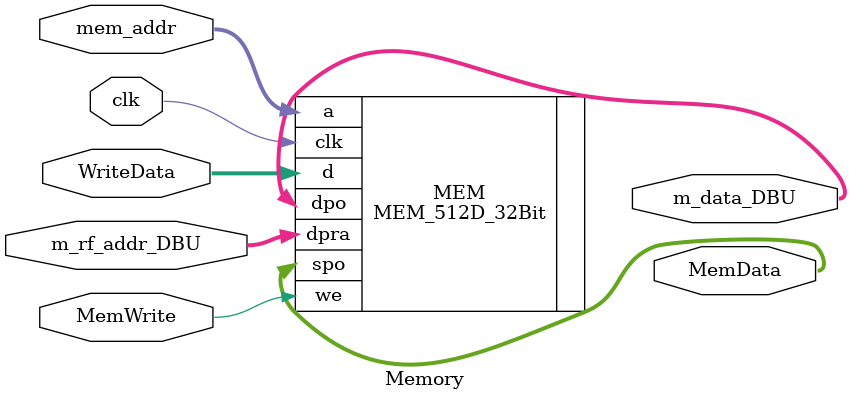
<source format=v>
`timescale 1ns / 1ps


module Memory(
    input clk,   //Ê±ÐòÄ£¿é
    input [8:0] mem_addr,
    input MemWrite,
    input [31:0] WriteData,
    output [31:0] MemData,
    
    input  [8:0] m_rf_addr_DBU,
    output [31:0] m_data_DBU
    
    );
    
    MEM_512D_32Bit MEM(.a(mem_addr), .clk(clk), .d(WriteData), .we(MemWrite), .spo(MemData), .dpra(m_rf_addr_DBU), .dpo(m_data_DBU));
    
endmodule

</source>
